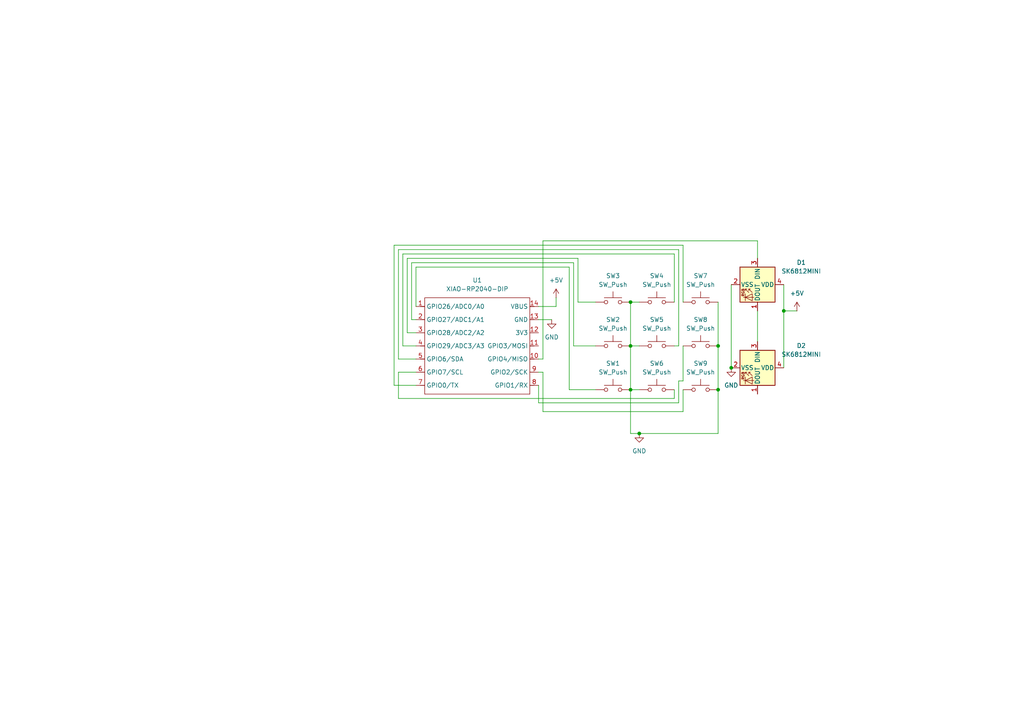
<source format=kicad_sch>
(kicad_sch
	(version 20250114)
	(generator "eeschema")
	(generator_version "9.0")
	(uuid "71997caa-0894-41ad-a317-17525bbd7561")
	(paper "A4")
	(lib_symbols
		(symbol "LED:SK6812MINI"
			(pin_names
				(offset 0.254)
			)
			(exclude_from_sim no)
			(in_bom yes)
			(on_board yes)
			(property "Reference" "D"
				(at 5.08 5.715 0)
				(effects
					(font
						(size 1.27 1.27)
					)
					(justify right bottom)
				)
			)
			(property "Value" "SK6812MINI"
				(at 1.27 -5.715 0)
				(effects
					(font
						(size 1.27 1.27)
					)
					(justify left top)
				)
			)
			(property "Footprint" "LED_SMD:LED_SK6812MINI_PLCC4_3.5x3.5mm_P1.75mm"
				(at 1.27 -7.62 0)
				(effects
					(font
						(size 1.27 1.27)
					)
					(justify left top)
					(hide yes)
				)
			)
			(property "Datasheet" "https://cdn-shop.adafruit.com/product-files/2686/SK6812MINI_REV.01-1-2.pdf"
				(at 2.54 -9.525 0)
				(effects
					(font
						(size 1.27 1.27)
					)
					(justify left top)
					(hide yes)
				)
			)
			(property "Description" "RGB LED with integrated controller"
				(at 0 0 0)
				(effects
					(font
						(size 1.27 1.27)
					)
					(hide yes)
				)
			)
			(property "ki_keywords" "RGB LED NeoPixel Mini addressable"
				(at 0 0 0)
				(effects
					(font
						(size 1.27 1.27)
					)
					(hide yes)
				)
			)
			(property "ki_fp_filters" "LED*SK6812MINI*PLCC*3.5x3.5mm*P1.75mm*"
				(at 0 0 0)
				(effects
					(font
						(size 1.27 1.27)
					)
					(hide yes)
				)
			)
			(symbol "SK6812MINI_0_0"
				(text "RGB"
					(at 2.286 -4.191 0)
					(effects
						(font
							(size 0.762 0.762)
						)
					)
				)
			)
			(symbol "SK6812MINI_0_1"
				(polyline
					(pts
						(xy 1.27 -2.54) (xy 1.778 -2.54)
					)
					(stroke
						(width 0)
						(type default)
					)
					(fill
						(type none)
					)
				)
				(polyline
					(pts
						(xy 1.27 -3.556) (xy 1.778 -3.556)
					)
					(stroke
						(width 0)
						(type default)
					)
					(fill
						(type none)
					)
				)
				(polyline
					(pts
						(xy 2.286 -1.524) (xy 1.27 -2.54) (xy 1.27 -2.032)
					)
					(stroke
						(width 0)
						(type default)
					)
					(fill
						(type none)
					)
				)
				(polyline
					(pts
						(xy 2.286 -2.54) (xy 1.27 -3.556) (xy 1.27 -3.048)
					)
					(stroke
						(width 0)
						(type default)
					)
					(fill
						(type none)
					)
				)
				(polyline
					(pts
						(xy 3.683 -1.016) (xy 3.683 -3.556) (xy 3.683 -4.064)
					)
					(stroke
						(width 0)
						(type default)
					)
					(fill
						(type none)
					)
				)
				(polyline
					(pts
						(xy 4.699 -1.524) (xy 2.667 -1.524) (xy 3.683 -3.556) (xy 4.699 -1.524)
					)
					(stroke
						(width 0)
						(type default)
					)
					(fill
						(type none)
					)
				)
				(polyline
					(pts
						(xy 4.699 -3.556) (xy 2.667 -3.556)
					)
					(stroke
						(width 0)
						(type default)
					)
					(fill
						(type none)
					)
				)
				(rectangle
					(start 5.08 5.08)
					(end -5.08 -5.08)
					(stroke
						(width 0.254)
						(type default)
					)
					(fill
						(type background)
					)
				)
			)
			(symbol "SK6812MINI_1_1"
				(pin input line
					(at -7.62 0 0)
					(length 2.54)
					(name "DIN"
						(effects
							(font
								(size 1.27 1.27)
							)
						)
					)
					(number "3"
						(effects
							(font
								(size 1.27 1.27)
							)
						)
					)
				)
				(pin power_in line
					(at 0 7.62 270)
					(length 2.54)
					(name "VDD"
						(effects
							(font
								(size 1.27 1.27)
							)
						)
					)
					(number "4"
						(effects
							(font
								(size 1.27 1.27)
							)
						)
					)
				)
				(pin power_in line
					(at 0 -7.62 90)
					(length 2.54)
					(name "VSS"
						(effects
							(font
								(size 1.27 1.27)
							)
						)
					)
					(number "2"
						(effects
							(font
								(size 1.27 1.27)
							)
						)
					)
				)
				(pin output line
					(at 7.62 0 180)
					(length 2.54)
					(name "DOUT"
						(effects
							(font
								(size 1.27 1.27)
							)
						)
					)
					(number "1"
						(effects
							(font
								(size 1.27 1.27)
							)
						)
					)
				)
			)
			(embedded_fonts no)
		)
		(symbol "Seeed_Studio_XIAO_Series:XIAO-RP2040-DIP"
			(exclude_from_sim no)
			(in_bom yes)
			(on_board yes)
			(property "Reference" "U"
				(at 0 0 0)
				(effects
					(font
						(size 1.27 1.27)
					)
				)
			)
			(property "Value" "XIAO-RP2040-DIP"
				(at 5.334 -1.778 0)
				(effects
					(font
						(size 1.27 1.27)
					)
				)
			)
			(property "Footprint" "Module:MOUDLE14P-XIAO-DIP-SMD"
				(at 14.478 -32.258 0)
				(effects
					(font
						(size 1.27 1.27)
					)
					(hide yes)
				)
			)
			(property "Datasheet" ""
				(at 0 0 0)
				(effects
					(font
						(size 1.27 1.27)
					)
					(hide yes)
				)
			)
			(property "Description" ""
				(at 0 0 0)
				(effects
					(font
						(size 1.27 1.27)
					)
					(hide yes)
				)
			)
			(symbol "XIAO-RP2040-DIP_1_0"
				(polyline
					(pts
						(xy -1.27 -2.54) (xy 29.21 -2.54)
					)
					(stroke
						(width 0.1524)
						(type solid)
					)
					(fill
						(type none)
					)
				)
				(polyline
					(pts
						(xy -1.27 -5.08) (xy -2.54 -5.08)
					)
					(stroke
						(width 0.1524)
						(type solid)
					)
					(fill
						(type none)
					)
				)
				(polyline
					(pts
						(xy -1.27 -5.08) (xy -1.27 -2.54)
					)
					(stroke
						(width 0.1524)
						(type solid)
					)
					(fill
						(type none)
					)
				)
				(polyline
					(pts
						(xy -1.27 -8.89) (xy -2.54 -8.89)
					)
					(stroke
						(width 0.1524)
						(type solid)
					)
					(fill
						(type none)
					)
				)
				(polyline
					(pts
						(xy -1.27 -8.89) (xy -1.27 -5.08)
					)
					(stroke
						(width 0.1524)
						(type solid)
					)
					(fill
						(type none)
					)
				)
				(polyline
					(pts
						(xy -1.27 -12.7) (xy -2.54 -12.7)
					)
					(stroke
						(width 0.1524)
						(type solid)
					)
					(fill
						(type none)
					)
				)
				(polyline
					(pts
						(xy -1.27 -12.7) (xy -1.27 -8.89)
					)
					(stroke
						(width 0.1524)
						(type solid)
					)
					(fill
						(type none)
					)
				)
				(polyline
					(pts
						(xy -1.27 -16.51) (xy -2.54 -16.51)
					)
					(stroke
						(width 0.1524)
						(type solid)
					)
					(fill
						(type none)
					)
				)
				(polyline
					(pts
						(xy -1.27 -16.51) (xy -1.27 -12.7)
					)
					(stroke
						(width 0.1524)
						(type solid)
					)
					(fill
						(type none)
					)
				)
				(polyline
					(pts
						(xy -1.27 -20.32) (xy -2.54 -20.32)
					)
					(stroke
						(width 0.1524)
						(type solid)
					)
					(fill
						(type none)
					)
				)
				(polyline
					(pts
						(xy -1.27 -24.13) (xy -2.54 -24.13)
					)
					(stroke
						(width 0.1524)
						(type solid)
					)
					(fill
						(type none)
					)
				)
				(polyline
					(pts
						(xy -1.27 -27.94) (xy -2.54 -27.94)
					)
					(stroke
						(width 0.1524)
						(type solid)
					)
					(fill
						(type none)
					)
				)
				(polyline
					(pts
						(xy -1.27 -30.48) (xy -1.27 -16.51)
					)
					(stroke
						(width 0.1524)
						(type solid)
					)
					(fill
						(type none)
					)
				)
				(polyline
					(pts
						(xy 29.21 -2.54) (xy 29.21 -5.08)
					)
					(stroke
						(width 0.1524)
						(type solid)
					)
					(fill
						(type none)
					)
				)
				(polyline
					(pts
						(xy 29.21 -5.08) (xy 29.21 -8.89)
					)
					(stroke
						(width 0.1524)
						(type solid)
					)
					(fill
						(type none)
					)
				)
				(polyline
					(pts
						(xy 29.21 -8.89) (xy 29.21 -12.7)
					)
					(stroke
						(width 0.1524)
						(type solid)
					)
					(fill
						(type none)
					)
				)
				(polyline
					(pts
						(xy 29.21 -12.7) (xy 29.21 -30.48)
					)
					(stroke
						(width 0.1524)
						(type solid)
					)
					(fill
						(type none)
					)
				)
				(polyline
					(pts
						(xy 29.21 -30.48) (xy -1.27 -30.48)
					)
					(stroke
						(width 0.1524)
						(type solid)
					)
					(fill
						(type none)
					)
				)
				(polyline
					(pts
						(xy 30.48 -5.08) (xy 29.21 -5.08)
					)
					(stroke
						(width 0.1524)
						(type solid)
					)
					(fill
						(type none)
					)
				)
				(polyline
					(pts
						(xy 30.48 -8.89) (xy 29.21 -8.89)
					)
					(stroke
						(width 0.1524)
						(type solid)
					)
					(fill
						(type none)
					)
				)
				(polyline
					(pts
						(xy 30.48 -12.7) (xy 29.21 -12.7)
					)
					(stroke
						(width 0.1524)
						(type solid)
					)
					(fill
						(type none)
					)
				)
				(polyline
					(pts
						(xy 30.48 -16.51) (xy 29.21 -16.51)
					)
					(stroke
						(width 0.1524)
						(type solid)
					)
					(fill
						(type none)
					)
				)
				(polyline
					(pts
						(xy 30.48 -20.32) (xy 29.21 -20.32)
					)
					(stroke
						(width 0.1524)
						(type solid)
					)
					(fill
						(type none)
					)
				)
				(polyline
					(pts
						(xy 30.48 -24.13) (xy 29.21 -24.13)
					)
					(stroke
						(width 0.1524)
						(type solid)
					)
					(fill
						(type none)
					)
				)
				(polyline
					(pts
						(xy 30.48 -27.94) (xy 29.21 -27.94)
					)
					(stroke
						(width 0.1524)
						(type solid)
					)
					(fill
						(type none)
					)
				)
				(pin passive line
					(at -3.81 -5.08 0)
					(length 2.54)
					(name "GPIO26/ADC0/A0"
						(effects
							(font
								(size 1.27 1.27)
							)
						)
					)
					(number "1"
						(effects
							(font
								(size 1.27 1.27)
							)
						)
					)
				)
				(pin passive line
					(at -3.81 -8.89 0)
					(length 2.54)
					(name "GPIO27/ADC1/A1"
						(effects
							(font
								(size 1.27 1.27)
							)
						)
					)
					(number "2"
						(effects
							(font
								(size 1.27 1.27)
							)
						)
					)
				)
				(pin passive line
					(at -3.81 -12.7 0)
					(length 2.54)
					(name "GPIO28/ADC2/A2"
						(effects
							(font
								(size 1.27 1.27)
							)
						)
					)
					(number "3"
						(effects
							(font
								(size 1.27 1.27)
							)
						)
					)
				)
				(pin passive line
					(at -3.81 -16.51 0)
					(length 2.54)
					(name "GPIO29/ADC3/A3"
						(effects
							(font
								(size 1.27 1.27)
							)
						)
					)
					(number "4"
						(effects
							(font
								(size 1.27 1.27)
							)
						)
					)
				)
				(pin passive line
					(at -3.81 -20.32 0)
					(length 2.54)
					(name "GPIO6/SDA"
						(effects
							(font
								(size 1.27 1.27)
							)
						)
					)
					(number "5"
						(effects
							(font
								(size 1.27 1.27)
							)
						)
					)
				)
				(pin passive line
					(at -3.81 -24.13 0)
					(length 2.54)
					(name "GPIO7/SCL"
						(effects
							(font
								(size 1.27 1.27)
							)
						)
					)
					(number "6"
						(effects
							(font
								(size 1.27 1.27)
							)
						)
					)
				)
				(pin passive line
					(at -3.81 -27.94 0)
					(length 2.54)
					(name "GPIO0/TX"
						(effects
							(font
								(size 1.27 1.27)
							)
						)
					)
					(number "7"
						(effects
							(font
								(size 1.27 1.27)
							)
						)
					)
				)
				(pin passive line
					(at 31.75 -5.08 180)
					(length 2.54)
					(name "VBUS"
						(effects
							(font
								(size 1.27 1.27)
							)
						)
					)
					(number "14"
						(effects
							(font
								(size 1.27 1.27)
							)
						)
					)
				)
				(pin passive line
					(at 31.75 -8.89 180)
					(length 2.54)
					(name "GND"
						(effects
							(font
								(size 1.27 1.27)
							)
						)
					)
					(number "13"
						(effects
							(font
								(size 1.27 1.27)
							)
						)
					)
				)
				(pin passive line
					(at 31.75 -12.7 180)
					(length 2.54)
					(name "3V3"
						(effects
							(font
								(size 1.27 1.27)
							)
						)
					)
					(number "12"
						(effects
							(font
								(size 1.27 1.27)
							)
						)
					)
				)
				(pin passive line
					(at 31.75 -16.51 180)
					(length 2.54)
					(name "GPIO3/MOSI"
						(effects
							(font
								(size 1.27 1.27)
							)
						)
					)
					(number "11"
						(effects
							(font
								(size 1.27 1.27)
							)
						)
					)
				)
				(pin passive line
					(at 31.75 -20.32 180)
					(length 2.54)
					(name "GPIO4/MISO"
						(effects
							(font
								(size 1.27 1.27)
							)
						)
					)
					(number "10"
						(effects
							(font
								(size 1.27 1.27)
							)
						)
					)
				)
				(pin passive line
					(at 31.75 -24.13 180)
					(length 2.54)
					(name "GPIO2/SCK"
						(effects
							(font
								(size 1.27 1.27)
							)
						)
					)
					(number "9"
						(effects
							(font
								(size 1.27 1.27)
							)
						)
					)
				)
				(pin passive line
					(at 31.75 -27.94 180)
					(length 2.54)
					(name "GPIO1/RX"
						(effects
							(font
								(size 1.27 1.27)
							)
						)
					)
					(number "8"
						(effects
							(font
								(size 1.27 1.27)
							)
						)
					)
				)
			)
			(embedded_fonts no)
		)
		(symbol "Switch:SW_Push"
			(pin_numbers
				(hide yes)
			)
			(pin_names
				(offset 1.016)
				(hide yes)
			)
			(exclude_from_sim no)
			(in_bom yes)
			(on_board yes)
			(property "Reference" "SW"
				(at 1.27 2.54 0)
				(effects
					(font
						(size 1.27 1.27)
					)
					(justify left)
				)
			)
			(property "Value" "SW_Push"
				(at 0 -1.524 0)
				(effects
					(font
						(size 1.27 1.27)
					)
				)
			)
			(property "Footprint" ""
				(at 0 5.08 0)
				(effects
					(font
						(size 1.27 1.27)
					)
					(hide yes)
				)
			)
			(property "Datasheet" "~"
				(at 0 5.08 0)
				(effects
					(font
						(size 1.27 1.27)
					)
					(hide yes)
				)
			)
			(property "Description" "Push button switch, generic, two pins"
				(at 0 0 0)
				(effects
					(font
						(size 1.27 1.27)
					)
					(hide yes)
				)
			)
			(property "ki_keywords" "switch normally-open pushbutton push-button"
				(at 0 0 0)
				(effects
					(font
						(size 1.27 1.27)
					)
					(hide yes)
				)
			)
			(symbol "SW_Push_0_1"
				(circle
					(center -2.032 0)
					(radius 0.508)
					(stroke
						(width 0)
						(type default)
					)
					(fill
						(type none)
					)
				)
				(polyline
					(pts
						(xy 0 1.27) (xy 0 3.048)
					)
					(stroke
						(width 0)
						(type default)
					)
					(fill
						(type none)
					)
				)
				(circle
					(center 2.032 0)
					(radius 0.508)
					(stroke
						(width 0)
						(type default)
					)
					(fill
						(type none)
					)
				)
				(polyline
					(pts
						(xy 2.54 1.27) (xy -2.54 1.27)
					)
					(stroke
						(width 0)
						(type default)
					)
					(fill
						(type none)
					)
				)
				(pin passive line
					(at -5.08 0 0)
					(length 2.54)
					(name "1"
						(effects
							(font
								(size 1.27 1.27)
							)
						)
					)
					(number "1"
						(effects
							(font
								(size 1.27 1.27)
							)
						)
					)
				)
				(pin passive line
					(at 5.08 0 180)
					(length 2.54)
					(name "2"
						(effects
							(font
								(size 1.27 1.27)
							)
						)
					)
					(number "2"
						(effects
							(font
								(size 1.27 1.27)
							)
						)
					)
				)
			)
			(embedded_fonts no)
		)
		(symbol "power:+5V"
			(power)
			(pin_numbers
				(hide yes)
			)
			(pin_names
				(offset 0)
				(hide yes)
			)
			(exclude_from_sim no)
			(in_bom yes)
			(on_board yes)
			(property "Reference" "#PWR"
				(at 0 -3.81 0)
				(effects
					(font
						(size 1.27 1.27)
					)
					(hide yes)
				)
			)
			(property "Value" "+5V"
				(at 0 3.556 0)
				(effects
					(font
						(size 1.27 1.27)
					)
				)
			)
			(property "Footprint" ""
				(at 0 0 0)
				(effects
					(font
						(size 1.27 1.27)
					)
					(hide yes)
				)
			)
			(property "Datasheet" ""
				(at 0 0 0)
				(effects
					(font
						(size 1.27 1.27)
					)
					(hide yes)
				)
			)
			(property "Description" "Power symbol creates a global label with name \"+5V\""
				(at 0 0 0)
				(effects
					(font
						(size 1.27 1.27)
					)
					(hide yes)
				)
			)
			(property "ki_keywords" "global power"
				(at 0 0 0)
				(effects
					(font
						(size 1.27 1.27)
					)
					(hide yes)
				)
			)
			(symbol "+5V_0_1"
				(polyline
					(pts
						(xy -0.762 1.27) (xy 0 2.54)
					)
					(stroke
						(width 0)
						(type default)
					)
					(fill
						(type none)
					)
				)
				(polyline
					(pts
						(xy 0 2.54) (xy 0.762 1.27)
					)
					(stroke
						(width 0)
						(type default)
					)
					(fill
						(type none)
					)
				)
				(polyline
					(pts
						(xy 0 0) (xy 0 2.54)
					)
					(stroke
						(width 0)
						(type default)
					)
					(fill
						(type none)
					)
				)
			)
			(symbol "+5V_1_1"
				(pin power_in line
					(at 0 0 90)
					(length 0)
					(name "~"
						(effects
							(font
								(size 1.27 1.27)
							)
						)
					)
					(number "1"
						(effects
							(font
								(size 1.27 1.27)
							)
						)
					)
				)
			)
			(embedded_fonts no)
		)
		(symbol "power:GND"
			(power)
			(pin_numbers
				(hide yes)
			)
			(pin_names
				(offset 0)
				(hide yes)
			)
			(exclude_from_sim no)
			(in_bom yes)
			(on_board yes)
			(property "Reference" "#PWR"
				(at 0 -6.35 0)
				(effects
					(font
						(size 1.27 1.27)
					)
					(hide yes)
				)
			)
			(property "Value" "GND"
				(at 0 -3.81 0)
				(effects
					(font
						(size 1.27 1.27)
					)
				)
			)
			(property "Footprint" ""
				(at 0 0 0)
				(effects
					(font
						(size 1.27 1.27)
					)
					(hide yes)
				)
			)
			(property "Datasheet" ""
				(at 0 0 0)
				(effects
					(font
						(size 1.27 1.27)
					)
					(hide yes)
				)
			)
			(property "Description" "Power symbol creates a global label with name \"GND\" , ground"
				(at 0 0 0)
				(effects
					(font
						(size 1.27 1.27)
					)
					(hide yes)
				)
			)
			(property "ki_keywords" "global power"
				(at 0 0 0)
				(effects
					(font
						(size 1.27 1.27)
					)
					(hide yes)
				)
			)
			(symbol "GND_0_1"
				(polyline
					(pts
						(xy 0 0) (xy 0 -1.27) (xy 1.27 -1.27) (xy 0 -2.54) (xy -1.27 -1.27) (xy 0 -1.27)
					)
					(stroke
						(width 0)
						(type default)
					)
					(fill
						(type none)
					)
				)
			)
			(symbol "GND_1_1"
				(pin power_in line
					(at 0 0 270)
					(length 0)
					(name "~"
						(effects
							(font
								(size 1.27 1.27)
							)
						)
					)
					(number "1"
						(effects
							(font
								(size 1.27 1.27)
							)
						)
					)
				)
			)
			(embedded_fonts no)
		)
	)
	(junction
		(at 208.28 100.33)
		(diameter 0)
		(color 0 0 0 0)
		(uuid "2efda850-6f73-4367-a2c8-7ac8d9da8692")
	)
	(junction
		(at 182.88 87.63)
		(diameter 0)
		(color 0 0 0 0)
		(uuid "4bdea71b-0c7a-4e31-9e29-97d47d2223c8")
	)
	(junction
		(at 208.28 113.03)
		(diameter 0)
		(color 0 0 0 0)
		(uuid "ccee8766-a2ac-4a6f-a5af-ce5f9f4bbb64")
	)
	(junction
		(at 185.42 125.73)
		(diameter 0)
		(color 0 0 0 0)
		(uuid "dbee7e1e-6925-41e9-b5ca-f8776ea9e89e")
	)
	(junction
		(at 182.88 113.03)
		(diameter 0)
		(color 0 0 0 0)
		(uuid "e7443acd-d8a2-411d-b4dc-0366bbdcc3ce")
	)
	(junction
		(at 182.88 100.33)
		(diameter 0)
		(color 0 0 0 0)
		(uuid "e8241917-216d-44c9-a183-4fdb90161c9e")
	)
	(junction
		(at 227.33 90.17)
		(diameter 0)
		(color 0 0 0 0)
		(uuid "f36bf9ab-f8ed-441f-aa2f-b673d2685fb7")
	)
	(junction
		(at 212.09 106.68)
		(diameter 0)
		(color 0 0 0 0)
		(uuid "fb5810da-6e69-4627-8f81-f7bee3bac5ae")
	)
	(wire
		(pts
			(xy 165.1 77.47) (xy 165.1 113.03)
		)
		(stroke
			(width 0)
			(type default)
		)
		(uuid "083c69b0-3f58-43d1-9811-f137cb7aa063")
	)
	(wire
		(pts
			(xy 227.33 82.55) (xy 227.33 90.17)
		)
		(stroke
			(width 0)
			(type default)
		)
		(uuid "09620b73-ff3e-4599-82e8-4a99134961f1")
	)
	(wire
		(pts
			(xy 212.09 82.55) (xy 212.09 106.68)
		)
		(stroke
			(width 0)
			(type default)
		)
		(uuid "1411d530-a0ec-470c-8f38-50f65a1eb805")
	)
	(wire
		(pts
			(xy 157.48 119.38) (xy 157.48 107.95)
		)
		(stroke
			(width 0)
			(type default)
		)
		(uuid "1bfb78e9-0228-4b94-824b-17b13896d5fb")
	)
	(wire
		(pts
			(xy 198.12 113.03) (xy 198.12 119.38)
		)
		(stroke
			(width 0)
			(type default)
		)
		(uuid "1c4b0e20-679d-4f43-b10f-380d43e97abf")
	)
	(wire
		(pts
			(xy 198.12 71.12) (xy 114.3 71.12)
		)
		(stroke
			(width 0)
			(type default)
		)
		(uuid "201a407f-b4d5-49be-996b-09838839f9bb")
	)
	(wire
		(pts
			(xy 208.28 113.03) (xy 208.28 125.73)
		)
		(stroke
			(width 0)
			(type default)
		)
		(uuid "28a2e31d-8fc2-42fc-9ba0-f744efb18f65")
	)
	(wire
		(pts
			(xy 167.64 74.93) (xy 167.64 87.63)
		)
		(stroke
			(width 0)
			(type default)
		)
		(uuid "29e94b4f-e702-4dbe-aa3a-f50f6e783958")
	)
	(wire
		(pts
			(xy 182.88 100.33) (xy 182.88 113.03)
		)
		(stroke
			(width 0)
			(type default)
		)
		(uuid "2aee2100-acac-40f2-b8de-c1fca86eade2")
	)
	(wire
		(pts
			(xy 115.57 107.95) (xy 120.65 107.95)
		)
		(stroke
			(width 0)
			(type default)
		)
		(uuid "309cf42d-130a-4d29-8dc8-55090012212a")
	)
	(wire
		(pts
			(xy 156.21 92.71) (xy 160.02 92.71)
		)
		(stroke
			(width 0)
			(type default)
		)
		(uuid "35dd776e-c6a0-4500-9e1b-0e5c978e24b8")
	)
	(wire
		(pts
			(xy 156.21 116.84) (xy 156.21 111.76)
		)
		(stroke
			(width 0)
			(type default)
		)
		(uuid "3733b4d4-148c-44f9-b5e7-78ff3b68de9c")
	)
	(wire
		(pts
			(xy 119.38 76.2) (xy 119.38 92.71)
		)
		(stroke
			(width 0)
			(type default)
		)
		(uuid "38295e1c-4017-41f1-b0ac-f4179dcce405")
	)
	(wire
		(pts
			(xy 116.84 100.33) (xy 120.65 100.33)
		)
		(stroke
			(width 0)
			(type default)
		)
		(uuid "398274c6-f985-401f-ac1a-03197b717604")
	)
	(wire
		(pts
			(xy 118.11 96.52) (xy 118.11 74.93)
		)
		(stroke
			(width 0)
			(type default)
		)
		(uuid "3af06ab5-4c10-45d0-bc5b-caba1aa37787")
	)
	(wire
		(pts
			(xy 115.57 104.14) (xy 120.65 104.14)
		)
		(stroke
			(width 0)
			(type default)
		)
		(uuid "3be88b58-0f5c-41b8-8d5a-17677c17ee5b")
	)
	(wire
		(pts
			(xy 114.3 111.76) (xy 120.65 111.76)
		)
		(stroke
			(width 0)
			(type default)
		)
		(uuid "4637c716-7de4-4273-a5d5-b98d88694a64")
	)
	(wire
		(pts
			(xy 166.37 100.33) (xy 166.37 76.2)
		)
		(stroke
			(width 0)
			(type default)
		)
		(uuid "47083c69-959a-4531-8128-143f7037013a")
	)
	(wire
		(pts
			(xy 172.72 100.33) (xy 166.37 100.33)
		)
		(stroke
			(width 0)
			(type default)
		)
		(uuid "4cca3794-98ac-4161-873b-a3226798ac81")
	)
	(wire
		(pts
			(xy 115.57 115.57) (xy 115.57 107.95)
		)
		(stroke
			(width 0)
			(type default)
		)
		(uuid "4f9c2994-0b21-4ede-999b-9cf70032bc6d")
	)
	(wire
		(pts
			(xy 116.84 73.66) (xy 116.84 100.33)
		)
		(stroke
			(width 0)
			(type default)
		)
		(uuid "52937d79-56dc-42e7-bf98-9e8302536320")
	)
	(wire
		(pts
			(xy 120.65 88.9) (xy 120.65 77.47)
		)
		(stroke
			(width 0)
			(type default)
		)
		(uuid "53e83e42-701e-4335-b4b5-6e21e2556c15")
	)
	(wire
		(pts
			(xy 118.11 74.93) (xy 167.64 74.93)
		)
		(stroke
			(width 0)
			(type default)
		)
		(uuid "5784bee4-9980-40e8-bf2d-48da1a0fd371")
	)
	(wire
		(pts
			(xy 208.28 125.73) (xy 185.42 125.73)
		)
		(stroke
			(width 0)
			(type default)
		)
		(uuid "59ee99bc-cf7a-4f2e-859d-168c19e2bf83")
	)
	(wire
		(pts
			(xy 208.28 87.63) (xy 208.28 100.33)
		)
		(stroke
			(width 0)
			(type default)
		)
		(uuid "5b2bbf20-c1de-4ea4-b493-b06b0679888c")
	)
	(wire
		(pts
			(xy 198.12 110.49) (xy 196.85 110.49)
		)
		(stroke
			(width 0)
			(type default)
		)
		(uuid "5b6517fb-d0a4-4f07-8ded-ed6c56154cb1")
	)
	(wire
		(pts
			(xy 157.48 107.95) (xy 156.21 107.95)
		)
		(stroke
			(width 0)
			(type default)
		)
		(uuid "5c86d2c9-f68d-4131-a104-bac011d83c07")
	)
	(wire
		(pts
			(xy 115.57 115.57) (xy 195.58 115.57)
		)
		(stroke
			(width 0)
			(type default)
		)
		(uuid "5ca8639b-58ac-48ad-aaaa-81a1509b83f4")
	)
	(wire
		(pts
			(xy 119.38 92.71) (xy 120.65 92.71)
		)
		(stroke
			(width 0)
			(type default)
		)
		(uuid "62c5a247-2d37-4bc0-9868-3f99edea0f11")
	)
	(wire
		(pts
			(xy 165.1 113.03) (xy 172.72 113.03)
		)
		(stroke
			(width 0)
			(type default)
		)
		(uuid "6838375a-bf82-4e1d-bdd7-9758a9a1a06d")
	)
	(wire
		(pts
			(xy 196.85 110.49) (xy 196.85 116.84)
		)
		(stroke
			(width 0)
			(type default)
		)
		(uuid "6c7d9061-ce97-447a-9434-ea463116c142")
	)
	(wire
		(pts
			(xy 198.12 119.38) (xy 157.48 119.38)
		)
		(stroke
			(width 0)
			(type default)
		)
		(uuid "6d71c5de-ca33-4e5e-92a2-c1c1441d9024")
	)
	(wire
		(pts
			(xy 195.58 100.33) (xy 196.85 100.33)
		)
		(stroke
			(width 0)
			(type default)
		)
		(uuid "6e3377b8-9b8f-4933-af5e-41c4da3725b6")
	)
	(wire
		(pts
			(xy 182.88 113.03) (xy 185.42 113.03)
		)
		(stroke
			(width 0)
			(type default)
		)
		(uuid "7cd7efbc-d9e1-4dde-bd87-c3c316f658b1")
	)
	(wire
		(pts
			(xy 182.88 87.63) (xy 182.88 100.33)
		)
		(stroke
			(width 0)
			(type default)
		)
		(uuid "7cf6adfe-e3d8-4fdc-af5b-4c23de2eab61")
	)
	(wire
		(pts
			(xy 116.84 73.66) (xy 195.58 73.66)
		)
		(stroke
			(width 0)
			(type default)
		)
		(uuid "7f0ad594-5ec2-496e-a88c-24f6726ebf7a")
	)
	(wire
		(pts
			(xy 157.48 69.85) (xy 157.48 104.14)
		)
		(stroke
			(width 0)
			(type default)
		)
		(uuid "81e72cbb-32b0-46a7-817a-b4534dd68db4")
	)
	(wire
		(pts
			(xy 115.57 72.39) (xy 115.57 104.14)
		)
		(stroke
			(width 0)
			(type default)
		)
		(uuid "88c72269-e86e-4024-8a68-6b376c483ea7")
	)
	(wire
		(pts
			(xy 196.85 100.33) (xy 196.85 72.39)
		)
		(stroke
			(width 0)
			(type default)
		)
		(uuid "88e09933-529b-4bfd-9605-6035700fa238")
	)
	(wire
		(pts
			(xy 219.71 69.85) (xy 157.48 69.85)
		)
		(stroke
			(width 0)
			(type default)
		)
		(uuid "9a6c5aa5-f9c2-47f6-ab68-85090f60824e")
	)
	(wire
		(pts
			(xy 195.58 113.03) (xy 195.58 115.57)
		)
		(stroke
			(width 0)
			(type default)
		)
		(uuid "9ebfe160-8cd7-4053-9aa9-11652b8d8797")
	)
	(wire
		(pts
			(xy 208.28 100.33) (xy 208.28 113.03)
		)
		(stroke
			(width 0)
			(type default)
		)
		(uuid "a80e497b-9fde-44bd-8260-1a6ffdb4894a")
	)
	(wire
		(pts
			(xy 195.58 87.63) (xy 195.58 73.66)
		)
		(stroke
			(width 0)
			(type default)
		)
		(uuid "b4ed18bd-27ba-4a51-9d21-19787108a0f8")
	)
	(wire
		(pts
			(xy 161.29 86.36) (xy 161.29 88.9)
		)
		(stroke
			(width 0)
			(type default)
		)
		(uuid "b93dedc7-6c57-4391-bc9f-31e6497364a4")
	)
	(wire
		(pts
			(xy 157.48 104.14) (xy 156.21 104.14)
		)
		(stroke
			(width 0)
			(type default)
		)
		(uuid "ba76a5cc-c7a1-4f82-8f7a-f34edd5975fa")
	)
	(wire
		(pts
			(xy 120.65 77.47) (xy 165.1 77.47)
		)
		(stroke
			(width 0)
			(type default)
		)
		(uuid "bdad671c-0ef5-4588-95eb-ae0c78ffd62f")
	)
	(wire
		(pts
			(xy 182.88 125.73) (xy 185.42 125.73)
		)
		(stroke
			(width 0)
			(type default)
		)
		(uuid "c4146be9-2b11-4f1c-8a22-60d412e140c3")
	)
	(wire
		(pts
			(xy 161.29 88.9) (xy 156.21 88.9)
		)
		(stroke
			(width 0)
			(type default)
		)
		(uuid "c9b7f6dc-ade3-476a-862b-4627ada17608")
	)
	(wire
		(pts
			(xy 198.12 87.63) (xy 198.12 71.12)
		)
		(stroke
			(width 0)
			(type default)
		)
		(uuid "c9e2e0b6-9095-473c-9d47-c30bc7b494e1")
	)
	(wire
		(pts
			(xy 227.33 90.17) (xy 231.14 90.17)
		)
		(stroke
			(width 0)
			(type default)
		)
		(uuid "ca929dc7-581f-4c70-b212-637d79aa08bb")
	)
	(wire
		(pts
			(xy 120.65 96.52) (xy 118.11 96.52)
		)
		(stroke
			(width 0)
			(type default)
		)
		(uuid "d3e3cec6-ba19-4085-8695-8aed3ce6ed6b")
	)
	(wire
		(pts
			(xy 219.71 90.17) (xy 219.71 99.06)
		)
		(stroke
			(width 0)
			(type default)
		)
		(uuid "d7797713-31bb-496c-ae00-e965ca808cd0")
	)
	(wire
		(pts
			(xy 227.33 90.17) (xy 227.33 106.68)
		)
		(stroke
			(width 0)
			(type default)
		)
		(uuid "daaf7d20-dee0-474e-be55-73633e5636b0")
	)
	(wire
		(pts
			(xy 115.57 72.39) (xy 196.85 72.39)
		)
		(stroke
			(width 0)
			(type default)
		)
		(uuid "dc1bef88-2946-49d9-9291-b070f4168f07")
	)
	(wire
		(pts
			(xy 196.85 116.84) (xy 156.21 116.84)
		)
		(stroke
			(width 0)
			(type default)
		)
		(uuid "dfa9bb3b-792b-4344-bcd1-aa918f973343")
	)
	(wire
		(pts
			(xy 182.88 113.03) (xy 182.88 125.73)
		)
		(stroke
			(width 0)
			(type default)
		)
		(uuid "e2e68a46-82df-4f86-a002-15d9a03f10bf")
	)
	(wire
		(pts
			(xy 182.88 87.63) (xy 185.42 87.63)
		)
		(stroke
			(width 0)
			(type default)
		)
		(uuid "e38f8cb9-9747-43d2-98b8-28c0fb3de961")
	)
	(wire
		(pts
			(xy 114.3 71.12) (xy 114.3 111.76)
		)
		(stroke
			(width 0)
			(type default)
		)
		(uuid "e94d6fbd-8ef5-429b-b84b-76ee5e3a9e3b")
	)
	(wire
		(pts
			(xy 198.12 100.33) (xy 198.12 110.49)
		)
		(stroke
			(width 0)
			(type default)
		)
		(uuid "f34da63e-8544-4230-86d5-ead8001e5daf")
	)
	(wire
		(pts
			(xy 167.64 87.63) (xy 172.72 87.63)
		)
		(stroke
			(width 0)
			(type default)
		)
		(uuid "f57d8cd7-19ae-47df-a181-f74e9b56c0bb")
	)
	(wire
		(pts
			(xy 182.88 100.33) (xy 185.42 100.33)
		)
		(stroke
			(width 0)
			(type default)
		)
		(uuid "f7e34fa9-190f-4ada-8902-daebedf14468")
	)
	(wire
		(pts
			(xy 219.71 74.93) (xy 219.71 69.85)
		)
		(stroke
			(width 0)
			(type default)
		)
		(uuid "fbb7498f-eec2-4fcc-9ef1-ab6e7a8c111d")
	)
	(wire
		(pts
			(xy 166.37 76.2) (xy 119.38 76.2)
		)
		(stroke
			(width 0)
			(type default)
		)
		(uuid "fe6db159-d386-4f9c-9f96-3be4b93a60a0")
	)
	(symbol
		(lib_id "Switch:SW_Push")
		(at 190.5 113.03 0)
		(unit 1)
		(exclude_from_sim no)
		(in_bom yes)
		(on_board yes)
		(dnp no)
		(fields_autoplaced yes)
		(uuid "071b1a38-ee6c-4428-854b-241b87bd6741")
		(property "Reference" "SW6"
			(at 190.5 105.41 0)
			(effects
				(font
					(size 1.27 1.27)
				)
			)
		)
		(property "Value" "SW_Push"
			(at 190.5 107.95 0)
			(effects
				(font
					(size 1.27 1.27)
				)
			)
		)
		(property "Footprint" "Button_Switch_Keyboard:SW_Cherry_MX_1.00u_PCB"
			(at 190.5 107.95 0)
			(effects
				(font
					(size 1.27 1.27)
				)
				(hide yes)
			)
		)
		(property "Datasheet" "~"
			(at 190.5 107.95 0)
			(effects
				(font
					(size 1.27 1.27)
				)
				(hide yes)
			)
		)
		(property "Description" "Push button switch, generic, two pins"
			(at 190.5 113.03 0)
			(effects
				(font
					(size 1.27 1.27)
				)
				(hide yes)
			)
		)
		(pin "1"
			(uuid "f88805c3-dae7-4e8d-82ed-3320c77b776c")
		)
		(pin "2"
			(uuid "6c96e501-e6b1-4fb2-954c-4c59d2df19b3")
		)
		(instances
			(project "Hackpad 2"
				(path "/71997caa-0894-41ad-a317-17525bbd7561"
					(reference "SW6")
					(unit 1)
				)
			)
		)
	)
	(symbol
		(lib_id "LED:SK6812MINI")
		(at 219.71 82.55 270)
		(unit 1)
		(exclude_from_sim no)
		(in_bom yes)
		(on_board yes)
		(dnp no)
		(fields_autoplaced yes)
		(uuid "0ce513fd-f591-432a-b594-a6b4f2ae3e89")
		(property "Reference" "D1"
			(at 232.41 76.1298 90)
			(effects
				(font
					(size 1.27 1.27)
				)
			)
		)
		(property "Value" "SK6812MINI"
			(at 232.41 78.6698 90)
			(effects
				(font
					(size 1.27 1.27)
				)
			)
		)
		(property "Footprint" "LED_SMD:LED_SK6812MINI_PLCC4_3.5x3.5mm_P1.75mm"
			(at 212.09 83.82 0)
			(effects
				(font
					(size 1.27 1.27)
				)
				(justify left top)
				(hide yes)
			)
		)
		(property "Datasheet" "https://cdn-shop.adafruit.com/product-files/2686/SK6812MINI_REV.01-1-2.pdf"
			(at 210.185 85.09 0)
			(effects
				(font
					(size 1.27 1.27)
				)
				(justify left top)
				(hide yes)
			)
		)
		(property "Description" "RGB LED with integrated controller"
			(at 219.71 82.55 0)
			(effects
				(font
					(size 1.27 1.27)
				)
				(hide yes)
			)
		)
		(pin "1"
			(uuid "f9f843e5-5c9b-4836-9265-45e2c6a46827")
		)
		(pin "3"
			(uuid "a2ced5e5-6b82-44bc-a43e-e4e273fe0c7f")
		)
		(pin "4"
			(uuid "45e6d3da-210c-40ef-9042-67d817870d17")
		)
		(pin "2"
			(uuid "ad3aefcb-b6ee-48c1-98d9-bdb789107ffb")
		)
		(instances
			(project ""
				(path "/71997caa-0894-41ad-a317-17525bbd7561"
					(reference "D1")
					(unit 1)
				)
			)
		)
	)
	(symbol
		(lib_id "Switch:SW_Push")
		(at 177.8 87.63 0)
		(unit 1)
		(exclude_from_sim no)
		(in_bom yes)
		(on_board yes)
		(dnp no)
		(fields_autoplaced yes)
		(uuid "0d00a527-b037-4773-bb63-3bc24a4224f3")
		(property "Reference" "SW3"
			(at 177.8 80.01 0)
			(effects
				(font
					(size 1.27 1.27)
				)
			)
		)
		(property "Value" "SW_Push"
			(at 177.8 82.55 0)
			(effects
				(font
					(size 1.27 1.27)
				)
			)
		)
		(property "Footprint" "Button_Switch_Keyboard:SW_Cherry_MX_1.00u_PCB"
			(at 177.8 82.55 0)
			(effects
				(font
					(size 1.27 1.27)
				)
				(hide yes)
			)
		)
		(property "Datasheet" "~"
			(at 177.8 82.55 0)
			(effects
				(font
					(size 1.27 1.27)
				)
				(hide yes)
			)
		)
		(property "Description" "Push button switch, generic, two pins"
			(at 177.8 87.63 0)
			(effects
				(font
					(size 1.27 1.27)
				)
				(hide yes)
			)
		)
		(pin "1"
			(uuid "777c1401-b85e-43be-96d7-e45616baa91e")
		)
		(pin "2"
			(uuid "95752472-ec24-4768-a04b-3b5efd9b679b")
		)
		(instances
			(project ""
				(path "/71997caa-0894-41ad-a317-17525bbd7561"
					(reference "SW3")
					(unit 1)
				)
			)
		)
	)
	(symbol
		(lib_id "Switch:SW_Push")
		(at 190.5 87.63 0)
		(unit 1)
		(exclude_from_sim no)
		(in_bom yes)
		(on_board yes)
		(dnp no)
		(fields_autoplaced yes)
		(uuid "24b60877-5142-42e8-81f4-a2c821db5020")
		(property "Reference" "SW4"
			(at 190.5 80.01 0)
			(effects
				(font
					(size 1.27 1.27)
				)
			)
		)
		(property "Value" "SW_Push"
			(at 190.5 82.55 0)
			(effects
				(font
					(size 1.27 1.27)
				)
			)
		)
		(property "Footprint" "Button_Switch_Keyboard:SW_Cherry_MX_1.00u_PCB"
			(at 190.5 82.55 0)
			(effects
				(font
					(size 1.27 1.27)
				)
				(hide yes)
			)
		)
		(property "Datasheet" "~"
			(at 190.5 82.55 0)
			(effects
				(font
					(size 1.27 1.27)
				)
				(hide yes)
			)
		)
		(property "Description" "Push button switch, generic, two pins"
			(at 190.5 87.63 0)
			(effects
				(font
					(size 1.27 1.27)
				)
				(hide yes)
			)
		)
		(pin "2"
			(uuid "22946f73-3eab-4018-aa7f-31a0263298bb")
		)
		(pin "1"
			(uuid "cc44ce53-b3bc-43bc-b11d-0b59487d1bb4")
		)
		(instances
			(project "Hackpad 2"
				(path "/71997caa-0894-41ad-a317-17525bbd7561"
					(reference "SW4")
					(unit 1)
				)
			)
		)
	)
	(symbol
		(lib_id "power:GND")
		(at 212.09 106.68 0)
		(unit 1)
		(exclude_from_sim no)
		(in_bom yes)
		(on_board yes)
		(dnp no)
		(fields_autoplaced yes)
		(uuid "2b8398bb-4f8d-4abb-b9c1-f10d3650af4e")
		(property "Reference" "#PWR05"
			(at 212.09 113.03 0)
			(effects
				(font
					(size 1.27 1.27)
				)
				(hide yes)
			)
		)
		(property "Value" "GND"
			(at 212.09 111.76 0)
			(effects
				(font
					(size 1.27 1.27)
				)
			)
		)
		(property "Footprint" ""
			(at 212.09 106.68 0)
			(effects
				(font
					(size 1.27 1.27)
				)
				(hide yes)
			)
		)
		(property "Datasheet" ""
			(at 212.09 106.68 0)
			(effects
				(font
					(size 1.27 1.27)
				)
				(hide yes)
			)
		)
		(property "Description" "Power symbol creates a global label with name \"GND\" , ground"
			(at 212.09 106.68 0)
			(effects
				(font
					(size 1.27 1.27)
				)
				(hide yes)
			)
		)
		(pin "1"
			(uuid "750a21ee-6052-407f-9c0d-4a1d16c7459a")
		)
		(instances
			(project "Hackpad 2"
				(path "/71997caa-0894-41ad-a317-17525bbd7561"
					(reference "#PWR05")
					(unit 1)
				)
			)
		)
	)
	(symbol
		(lib_id "LED:SK6812MINI")
		(at 219.71 106.68 270)
		(unit 1)
		(exclude_from_sim no)
		(in_bom yes)
		(on_board yes)
		(dnp no)
		(fields_autoplaced yes)
		(uuid "327d400e-61aa-46e3-9b93-2b34f15bf019")
		(property "Reference" "D2"
			(at 232.41 100.2598 90)
			(effects
				(font
					(size 1.27 1.27)
				)
			)
		)
		(property "Value" "SK6812MINI"
			(at 232.41 102.7998 90)
			(effects
				(font
					(size 1.27 1.27)
				)
			)
		)
		(property "Footprint" "LED_SMD:LED_SK6812MINI_PLCC4_3.5x3.5mm_P1.75mm"
			(at 212.09 107.95 0)
			(effects
				(font
					(size 1.27 1.27)
				)
				(justify left top)
				(hide yes)
			)
		)
		(property "Datasheet" "https://cdn-shop.adafruit.com/product-files/2686/SK6812MINI_REV.01-1-2.pdf"
			(at 210.185 109.22 0)
			(effects
				(font
					(size 1.27 1.27)
				)
				(justify left top)
				(hide yes)
			)
		)
		(property "Description" "RGB LED with integrated controller"
			(at 219.71 106.68 0)
			(effects
				(font
					(size 1.27 1.27)
				)
				(hide yes)
			)
		)
		(pin "1"
			(uuid "506107bf-bdf4-4d11-8ed0-64058080c6c0")
		)
		(pin "3"
			(uuid "db413e8e-1ad1-4272-939e-c45ff85798e9")
		)
		(pin "4"
			(uuid "f82f3044-f080-469e-a146-3f073d96d293")
		)
		(pin "2"
			(uuid "cf42f619-7fa1-4cfb-a3fb-d7079014a4c1")
		)
		(instances
			(project "Hackpad 2"
				(path "/71997caa-0894-41ad-a317-17525bbd7561"
					(reference "D2")
					(unit 1)
				)
			)
		)
	)
	(symbol
		(lib_id "Switch:SW_Push")
		(at 177.8 113.03 0)
		(unit 1)
		(exclude_from_sim no)
		(in_bom yes)
		(on_board yes)
		(dnp no)
		(fields_autoplaced yes)
		(uuid "3330dbea-3636-41eb-89be-1618e28e81f6")
		(property "Reference" "SW1"
			(at 177.8 105.41 0)
			(effects
				(font
					(size 1.27 1.27)
				)
			)
		)
		(property "Value" "SW_Push"
			(at 177.8 107.95 0)
			(effects
				(font
					(size 1.27 1.27)
				)
			)
		)
		(property "Footprint" "Button_Switch_Keyboard:SW_Cherry_MX_1.00u_PCB"
			(at 177.8 107.95 0)
			(effects
				(font
					(size 1.27 1.27)
				)
				(hide yes)
			)
		)
		(property "Datasheet" "~"
			(at 177.8 107.95 0)
			(effects
				(font
					(size 1.27 1.27)
				)
				(hide yes)
			)
		)
		(property "Description" "Push button switch, generic, two pins"
			(at 177.8 113.03 0)
			(effects
				(font
					(size 1.27 1.27)
				)
				(hide yes)
			)
		)
		(pin "2"
			(uuid "59e9be6b-c4e7-4519-a379-a89660100faf")
		)
		(pin "1"
			(uuid "3a60cbfa-82b6-4348-ad6e-fa28b2c6a646")
		)
		(instances
			(project ""
				(path "/71997caa-0894-41ad-a317-17525bbd7561"
					(reference "SW1")
					(unit 1)
				)
			)
		)
	)
	(symbol
		(lib_id "power:GND")
		(at 160.02 92.71 0)
		(unit 1)
		(exclude_from_sim no)
		(in_bom yes)
		(on_board yes)
		(dnp no)
		(fields_autoplaced yes)
		(uuid "338bd2c8-b4f6-4c9d-9236-3150938a9c5c")
		(property "Reference" "#PWR03"
			(at 160.02 99.06 0)
			(effects
				(font
					(size 1.27 1.27)
				)
				(hide yes)
			)
		)
		(property "Value" "GND"
			(at 160.02 97.79 0)
			(effects
				(font
					(size 1.27 1.27)
				)
			)
		)
		(property "Footprint" ""
			(at 160.02 92.71 0)
			(effects
				(font
					(size 1.27 1.27)
				)
				(hide yes)
			)
		)
		(property "Datasheet" ""
			(at 160.02 92.71 0)
			(effects
				(font
					(size 1.27 1.27)
				)
				(hide yes)
			)
		)
		(property "Description" "Power symbol creates a global label with name \"GND\" , ground"
			(at 160.02 92.71 0)
			(effects
				(font
					(size 1.27 1.27)
				)
				(hide yes)
			)
		)
		(pin "1"
			(uuid "f614ea0b-5320-4e53-a7e2-c567489c220b")
		)
		(instances
			(project ""
				(path "/71997caa-0894-41ad-a317-17525bbd7561"
					(reference "#PWR03")
					(unit 1)
				)
			)
		)
	)
	(symbol
		(lib_id "power:+5V")
		(at 161.29 86.36 0)
		(unit 1)
		(exclude_from_sim no)
		(in_bom yes)
		(on_board yes)
		(dnp no)
		(fields_autoplaced yes)
		(uuid "34b7c47a-12ea-4671-b58c-cbde320d300a")
		(property "Reference" "#PWR02"
			(at 161.29 90.17 0)
			(effects
				(font
					(size 1.27 1.27)
				)
				(hide yes)
			)
		)
		(property "Value" "+5V"
			(at 161.29 81.28 0)
			(effects
				(font
					(size 1.27 1.27)
				)
			)
		)
		(property "Footprint" ""
			(at 161.29 86.36 0)
			(effects
				(font
					(size 1.27 1.27)
				)
				(hide yes)
			)
		)
		(property "Datasheet" ""
			(at 161.29 86.36 0)
			(effects
				(font
					(size 1.27 1.27)
				)
				(hide yes)
			)
		)
		(property "Description" "Power symbol creates a global label with name \"+5V\""
			(at 161.29 86.36 0)
			(effects
				(font
					(size 1.27 1.27)
				)
				(hide yes)
			)
		)
		(pin "1"
			(uuid "8d78865c-1edf-4d4a-9d74-d9340664d268")
		)
		(instances
			(project ""
				(path "/71997caa-0894-41ad-a317-17525bbd7561"
					(reference "#PWR02")
					(unit 1)
				)
			)
		)
	)
	(symbol
		(lib_id "Switch:SW_Push")
		(at 203.2 87.63 0)
		(unit 1)
		(exclude_from_sim no)
		(in_bom yes)
		(on_board yes)
		(dnp no)
		(fields_autoplaced yes)
		(uuid "4263e5bc-5fc1-40a4-b5ea-d1637616f84e")
		(property "Reference" "SW7"
			(at 203.2 80.01 0)
			(effects
				(font
					(size 1.27 1.27)
				)
			)
		)
		(property "Value" "SW_Push"
			(at 203.2 82.55 0)
			(effects
				(font
					(size 1.27 1.27)
				)
			)
		)
		(property "Footprint" "Button_Switch_Keyboard:SW_Cherry_MX_1.00u_PCB"
			(at 203.2 82.55 0)
			(effects
				(font
					(size 1.27 1.27)
				)
				(hide yes)
			)
		)
		(property "Datasheet" "~"
			(at 203.2 82.55 0)
			(effects
				(font
					(size 1.27 1.27)
				)
				(hide yes)
			)
		)
		(property "Description" "Push button switch, generic, two pins"
			(at 203.2 87.63 0)
			(effects
				(font
					(size 1.27 1.27)
				)
				(hide yes)
			)
		)
		(pin "2"
			(uuid "0e438539-2933-490f-a018-c9137ef7c7a1")
		)
		(pin "1"
			(uuid "7743197f-7ad7-4114-98ce-cba6bacce003")
		)
		(instances
			(project "Hackpad 2"
				(path "/71997caa-0894-41ad-a317-17525bbd7561"
					(reference "SW7")
					(unit 1)
				)
			)
		)
	)
	(symbol
		(lib_id "Switch:SW_Push")
		(at 203.2 113.03 0)
		(unit 1)
		(exclude_from_sim no)
		(in_bom yes)
		(on_board yes)
		(dnp no)
		(fields_autoplaced yes)
		(uuid "71d437f9-864f-452b-962f-ef173d1c9790")
		(property "Reference" "SW9"
			(at 203.2 105.41 0)
			(effects
				(font
					(size 1.27 1.27)
				)
			)
		)
		(property "Value" "SW_Push"
			(at 203.2 107.95 0)
			(effects
				(font
					(size 1.27 1.27)
				)
			)
		)
		(property "Footprint" "Button_Switch_Keyboard:SW_Cherry_MX_1.00u_PCB"
			(at 203.2 107.95 0)
			(effects
				(font
					(size 1.27 1.27)
				)
				(hide yes)
			)
		)
		(property "Datasheet" "~"
			(at 203.2 107.95 0)
			(effects
				(font
					(size 1.27 1.27)
				)
				(hide yes)
			)
		)
		(property "Description" "Push button switch, generic, two pins"
			(at 203.2 113.03 0)
			(effects
				(font
					(size 1.27 1.27)
				)
				(hide yes)
			)
		)
		(pin "1"
			(uuid "960ce479-b8ae-4445-8bf0-b90ecf86bfcb")
		)
		(pin "2"
			(uuid "19e3e1eb-79bd-4b58-8231-37acb2958582")
		)
		(instances
			(project "Hackpad 2"
				(path "/71997caa-0894-41ad-a317-17525bbd7561"
					(reference "SW9")
					(unit 1)
				)
			)
		)
	)
	(symbol
		(lib_id "Switch:SW_Push")
		(at 190.5 100.33 0)
		(unit 1)
		(exclude_from_sim no)
		(in_bom yes)
		(on_board yes)
		(dnp no)
		(fields_autoplaced yes)
		(uuid "843ee579-a10d-4327-9ad5-c48691b2f67b")
		(property "Reference" "SW5"
			(at 190.5 92.71 0)
			(effects
				(font
					(size 1.27 1.27)
				)
			)
		)
		(property "Value" "SW_Push"
			(at 190.5 95.25 0)
			(effects
				(font
					(size 1.27 1.27)
				)
			)
		)
		(property "Footprint" "Button_Switch_Keyboard:SW_Cherry_MX_1.00u_PCB"
			(at 190.5 95.25 0)
			(effects
				(font
					(size 1.27 1.27)
				)
				(hide yes)
			)
		)
		(property "Datasheet" "~"
			(at 190.5 95.25 0)
			(effects
				(font
					(size 1.27 1.27)
				)
				(hide yes)
			)
		)
		(property "Description" "Push button switch, generic, two pins"
			(at 190.5 100.33 0)
			(effects
				(font
					(size 1.27 1.27)
				)
				(hide yes)
			)
		)
		(pin "2"
			(uuid "1d5aad86-8813-4fdd-9108-551f0d6da6b1")
		)
		(pin "1"
			(uuid "3b20b24a-3cfd-4c61-af8b-03a98808c998")
		)
		(instances
			(project "Hackpad 2"
				(path "/71997caa-0894-41ad-a317-17525bbd7561"
					(reference "SW5")
					(unit 1)
				)
			)
		)
	)
	(symbol
		(lib_id "Seeed_Studio_XIAO_Series:XIAO-RP2040-DIP")
		(at 124.46 83.82 0)
		(unit 1)
		(exclude_from_sim no)
		(in_bom yes)
		(on_board yes)
		(dnp no)
		(fields_autoplaced yes)
		(uuid "8f49152d-1135-47a3-a28b-5cf806853e6d")
		(property "Reference" "U1"
			(at 138.43 81.28 0)
			(effects
				(font
					(size 1.27 1.27)
				)
			)
		)
		(property "Value" "XIAO-RP2040-DIP"
			(at 138.43 83.82 0)
			(effects
				(font
					(size 1.27 1.27)
				)
			)
		)
		(property "Footprint" "OPL Lib:XIAO-RP2040-DIP"
			(at 138.938 116.078 0)
			(effects
				(font
					(size 1.27 1.27)
				)
				(hide yes)
			)
		)
		(property "Datasheet" ""
			(at 124.46 83.82 0)
			(effects
				(font
					(size 1.27 1.27)
				)
				(hide yes)
			)
		)
		(property "Description" ""
			(at 124.46 83.82 0)
			(effects
				(font
					(size 1.27 1.27)
				)
				(hide yes)
			)
		)
		(pin "7"
			(uuid "d5580c1c-1cbb-4a42-8799-0ca41808f069")
		)
		(pin "14"
			(uuid "df1d0161-beab-4748-9c11-e3914a88f50b")
		)
		(pin "2"
			(uuid "fcdd4257-21ef-44f3-b83d-e05acd91c2e8")
		)
		(pin "3"
			(uuid "7107223b-efe2-4556-a561-d340f725497b")
		)
		(pin "11"
			(uuid "19e41a48-7089-404f-bcec-9283e60fbe0c")
		)
		(pin "12"
			(uuid "59a86812-6377-41b3-be16-395c79adc06e")
		)
		(pin "4"
			(uuid "a2369f3c-0bbf-4f5c-9477-1d0141886b4a")
		)
		(pin "10"
			(uuid "c7ade505-5ca9-42ba-88e6-7322c4401397")
		)
		(pin "1"
			(uuid "04575e28-09d4-4613-8181-a9e24f720a63")
		)
		(pin "5"
			(uuid "e7382972-0e05-4182-a0ac-203bff3a99c6")
		)
		(pin "6"
			(uuid "67582861-0b22-42f8-93e1-0327463a2827")
		)
		(pin "9"
			(uuid "5a6fc798-2d24-482b-9427-9dab551c7dcf")
		)
		(pin "13"
			(uuid "ae465306-da73-4db6-9299-6ed9fd17e10e")
		)
		(pin "8"
			(uuid "80747f12-8f4f-4af1-98d3-6e6d8bf49706")
		)
		(instances
			(project ""
				(path "/71997caa-0894-41ad-a317-17525bbd7561"
					(reference "U1")
					(unit 1)
				)
			)
		)
	)
	(symbol
		(lib_id "power:+5V")
		(at 231.14 90.17 0)
		(unit 1)
		(exclude_from_sim no)
		(in_bom yes)
		(on_board yes)
		(dnp no)
		(fields_autoplaced yes)
		(uuid "b1d6ee69-e512-4cea-80e5-a1154bfcb814")
		(property "Reference" "#PWR04"
			(at 231.14 93.98 0)
			(effects
				(font
					(size 1.27 1.27)
				)
				(hide yes)
			)
		)
		(property "Value" "+5V"
			(at 231.14 85.09 0)
			(effects
				(font
					(size 1.27 1.27)
				)
			)
		)
		(property "Footprint" ""
			(at 231.14 90.17 0)
			(effects
				(font
					(size 1.27 1.27)
				)
				(hide yes)
			)
		)
		(property "Datasheet" ""
			(at 231.14 90.17 0)
			(effects
				(font
					(size 1.27 1.27)
				)
				(hide yes)
			)
		)
		(property "Description" "Power symbol creates a global label with name \"+5V\""
			(at 231.14 90.17 0)
			(effects
				(font
					(size 1.27 1.27)
				)
				(hide yes)
			)
		)
		(pin "1"
			(uuid "689341f8-36c9-46ee-8d26-68dc9bc4895a")
		)
		(instances
			(project "Hackpad 2"
				(path "/71997caa-0894-41ad-a317-17525bbd7561"
					(reference "#PWR04")
					(unit 1)
				)
			)
		)
	)
	(symbol
		(lib_id "Switch:SW_Push")
		(at 203.2 100.33 0)
		(unit 1)
		(exclude_from_sim no)
		(in_bom yes)
		(on_board yes)
		(dnp no)
		(fields_autoplaced yes)
		(uuid "b8cdfecb-32c6-43df-83ee-3957be0e8ad0")
		(property "Reference" "SW8"
			(at 203.2 92.71 0)
			(effects
				(font
					(size 1.27 1.27)
				)
			)
		)
		(property "Value" "SW_Push"
			(at 203.2 95.25 0)
			(effects
				(font
					(size 1.27 1.27)
				)
			)
		)
		(property "Footprint" "Button_Switch_Keyboard:SW_Cherry_MX_1.00u_PCB"
			(at 203.2 95.25 0)
			(effects
				(font
					(size 1.27 1.27)
				)
				(hide yes)
			)
		)
		(property "Datasheet" "~"
			(at 203.2 95.25 0)
			(effects
				(font
					(size 1.27 1.27)
				)
				(hide yes)
			)
		)
		(property "Description" "Push button switch, generic, two pins"
			(at 203.2 100.33 0)
			(effects
				(font
					(size 1.27 1.27)
				)
				(hide yes)
			)
		)
		(pin "2"
			(uuid "c0c02d7b-b96d-440b-a15e-d3e38fccbf22")
		)
		(pin "1"
			(uuid "91c4df44-82e4-4008-9c6c-64f37f58ec5d")
		)
		(instances
			(project "Hackpad 2"
				(path "/71997caa-0894-41ad-a317-17525bbd7561"
					(reference "SW8")
					(unit 1)
				)
			)
		)
	)
	(symbol
		(lib_id "Switch:SW_Push")
		(at 177.8 100.33 0)
		(unit 1)
		(exclude_from_sim no)
		(in_bom yes)
		(on_board yes)
		(dnp no)
		(fields_autoplaced yes)
		(uuid "dccdabf4-974d-4982-8963-abfb9186a3df")
		(property "Reference" "SW2"
			(at 177.8 92.71 0)
			(effects
				(font
					(size 1.27 1.27)
				)
			)
		)
		(property "Value" "SW_Push"
			(at 177.8 95.25 0)
			(effects
				(font
					(size 1.27 1.27)
				)
			)
		)
		(property "Footprint" "Button_Switch_Keyboard:SW_Cherry_MX_1.00u_PCB"
			(at 177.8 95.25 0)
			(effects
				(font
					(size 1.27 1.27)
				)
				(hide yes)
			)
		)
		(property "Datasheet" "~"
			(at 177.8 95.25 0)
			(effects
				(font
					(size 1.27 1.27)
				)
				(hide yes)
			)
		)
		(property "Description" "Push button switch, generic, two pins"
			(at 177.8 100.33 0)
			(effects
				(font
					(size 1.27 1.27)
				)
				(hide yes)
			)
		)
		(pin "2"
			(uuid "a61af613-e63e-4650-87e1-6bcaea27182d")
		)
		(pin "1"
			(uuid "923a0d34-5195-4f4d-a5d0-36c74005cc8b")
		)
		(instances
			(project ""
				(path "/71997caa-0894-41ad-a317-17525bbd7561"
					(reference "SW2")
					(unit 1)
				)
			)
		)
	)
	(symbol
		(lib_id "power:GND")
		(at 185.42 125.73 0)
		(unit 1)
		(exclude_from_sim no)
		(in_bom yes)
		(on_board yes)
		(dnp no)
		(fields_autoplaced yes)
		(uuid "f5c43bac-e1b4-45f4-8051-f928cd82e4b9")
		(property "Reference" "#PWR01"
			(at 185.42 132.08 0)
			(effects
				(font
					(size 1.27 1.27)
				)
				(hide yes)
			)
		)
		(property "Value" "GND"
			(at 185.42 130.81 0)
			(effects
				(font
					(size 1.27 1.27)
				)
			)
		)
		(property "Footprint" ""
			(at 185.42 125.73 0)
			(effects
				(font
					(size 1.27 1.27)
				)
				(hide yes)
			)
		)
		(property "Datasheet" ""
			(at 185.42 125.73 0)
			(effects
				(font
					(size 1.27 1.27)
				)
				(hide yes)
			)
		)
		(property "Description" "Power symbol creates a global label with name \"GND\" , ground"
			(at 185.42 125.73 0)
			(effects
				(font
					(size 1.27 1.27)
				)
				(hide yes)
			)
		)
		(pin "1"
			(uuid "7c358cb6-7c9b-4bb5-9a4d-ada5038ba991")
		)
		(instances
			(project ""
				(path "/71997caa-0894-41ad-a317-17525bbd7561"
					(reference "#PWR01")
					(unit 1)
				)
			)
		)
	)
	(sheet_instances
		(path "/"
			(page "1")
		)
	)
	(embedded_fonts no)
)

</source>
